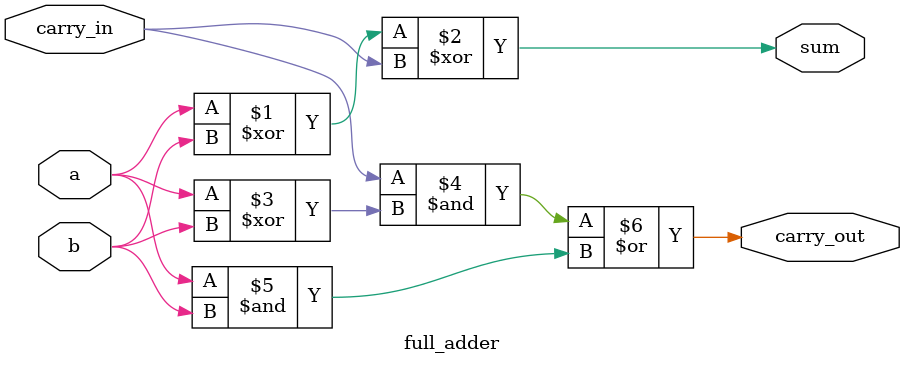
<source format=v>
module full_adder(
    a,
    b,
    sum,
    carry_in,
    carry_out
);

// input part
input a;
input b;
input carry_in;

// output part 
output sum;
output carry_out;

// assignment part
assign sum = (a ^ b) ^ carry_in;
assign carry_out = (carry_in & (a ^ b)) | (a & b);

endmodule
</source>
